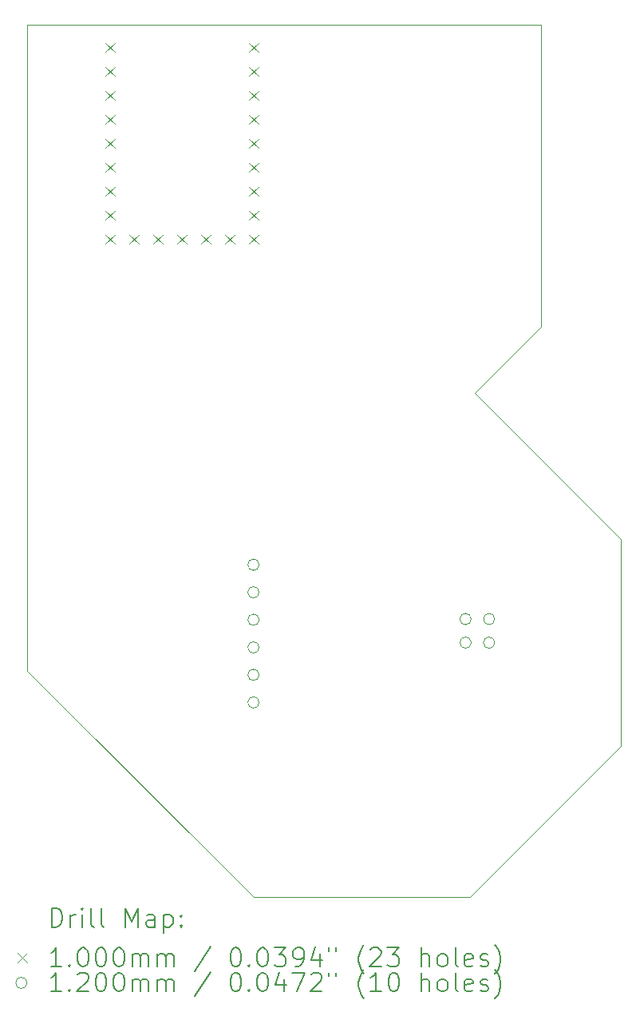
<source format=gbr>
%TF.GenerationSoftware,KiCad,Pcbnew,8.0.7*%
%TF.CreationDate,2025-01-02T13:52:41-06:00*%
%TF.ProjectId,fuckball,6675636b-6261-46c6-9c2e-6b696361645f,rev?*%
%TF.SameCoordinates,Original*%
%TF.FileFunction,Drillmap*%
%TF.FilePolarity,Positive*%
%FSLAX45Y45*%
G04 Gerber Fmt 4.5, Leading zero omitted, Abs format (unit mm)*
G04 Created by KiCad (PCBNEW 8.0.7) date 2025-01-02 13:52:41*
%MOMM*%
%LPD*%
G01*
G04 APERTURE LIST*
%ADD10C,0.050000*%
%ADD11C,0.200000*%
%ADD12C,0.100000*%
%ADD13C,0.120000*%
G04 APERTURE END LIST*
D10*
X21500000Y-6900000D02*
X20800000Y-7600000D01*
X22350000Y-9150000D01*
X22350000Y-11350000D01*
X20750000Y-12950000D01*
X18450000Y-12950000D01*
X16050000Y-10550000D01*
X16050000Y-3700000D01*
X21500000Y-3700000D01*
X21500000Y-6900000D01*
D11*
D12*
X16876000Y-3892000D02*
X16976000Y-3992000D01*
X16976000Y-3892000D02*
X16876000Y-3992000D01*
X16876000Y-4146000D02*
X16976000Y-4246000D01*
X16976000Y-4146000D02*
X16876000Y-4246000D01*
X16876000Y-4400000D02*
X16976000Y-4500000D01*
X16976000Y-4400000D02*
X16876000Y-4500000D01*
X16876000Y-4654000D02*
X16976000Y-4754000D01*
X16976000Y-4654000D02*
X16876000Y-4754000D01*
X16876000Y-4908000D02*
X16976000Y-5008000D01*
X16976000Y-4908000D02*
X16876000Y-5008000D01*
X16876000Y-5162000D02*
X16976000Y-5262000D01*
X16976000Y-5162000D02*
X16876000Y-5262000D01*
X16876000Y-5416000D02*
X16976000Y-5516000D01*
X16976000Y-5416000D02*
X16876000Y-5516000D01*
X16876000Y-5670000D02*
X16976000Y-5770000D01*
X16976000Y-5670000D02*
X16876000Y-5770000D01*
X16876000Y-5924000D02*
X16976000Y-6024000D01*
X16976000Y-5924000D02*
X16876000Y-6024000D01*
X17130000Y-5924000D02*
X17230000Y-6024000D01*
X17230000Y-5924000D02*
X17130000Y-6024000D01*
X17384000Y-5924000D02*
X17484000Y-6024000D01*
X17484000Y-5924000D02*
X17384000Y-6024000D01*
X17638000Y-5924000D02*
X17738000Y-6024000D01*
X17738000Y-5924000D02*
X17638000Y-6024000D01*
X17892000Y-5924000D02*
X17992000Y-6024000D01*
X17992000Y-5924000D02*
X17892000Y-6024000D01*
X18146000Y-5924000D02*
X18246000Y-6024000D01*
X18246000Y-5924000D02*
X18146000Y-6024000D01*
X18400000Y-3892000D02*
X18500000Y-3992000D01*
X18500000Y-3892000D02*
X18400000Y-3992000D01*
X18400000Y-4146000D02*
X18500000Y-4246000D01*
X18500000Y-4146000D02*
X18400000Y-4246000D01*
X18400000Y-4400000D02*
X18500000Y-4500000D01*
X18500000Y-4400000D02*
X18400000Y-4500000D01*
X18400000Y-4654000D02*
X18500000Y-4754000D01*
X18500000Y-4654000D02*
X18400000Y-4754000D01*
X18400000Y-4908000D02*
X18500000Y-5008000D01*
X18500000Y-4908000D02*
X18400000Y-5008000D01*
X18400000Y-5162000D02*
X18500000Y-5262000D01*
X18500000Y-5162000D02*
X18400000Y-5262000D01*
X18400000Y-5416000D02*
X18500000Y-5516000D01*
X18500000Y-5416000D02*
X18400000Y-5516000D01*
X18400000Y-5670000D02*
X18500000Y-5770000D01*
X18500000Y-5670000D02*
X18400000Y-5770000D01*
X18400000Y-5924000D02*
X18500000Y-6024000D01*
X18500000Y-5924000D02*
X18400000Y-6024000D01*
D13*
X18510000Y-9424160D02*
G75*
G02*
X18390000Y-9424160I-60000J0D01*
G01*
X18390000Y-9424160D02*
G75*
G02*
X18510000Y-9424160I60000J0D01*
G01*
X18510000Y-9716106D02*
G75*
G02*
X18390000Y-9716106I-60000J0D01*
G01*
X18390000Y-9716106D02*
G75*
G02*
X18510000Y-9716106I60000J0D01*
G01*
X18510000Y-10008053D02*
G75*
G02*
X18390000Y-10008053I-60000J0D01*
G01*
X18390000Y-10008053D02*
G75*
G02*
X18510000Y-10008053I60000J0D01*
G01*
X18510000Y-10300000D02*
G75*
G02*
X18390000Y-10300000I-60000J0D01*
G01*
X18390000Y-10300000D02*
G75*
G02*
X18510000Y-10300000I60000J0D01*
G01*
X18510000Y-10591947D02*
G75*
G02*
X18390000Y-10591947I-60000J0D01*
G01*
X18390000Y-10591947D02*
G75*
G02*
X18510000Y-10591947I60000J0D01*
G01*
X18510000Y-10883894D02*
G75*
G02*
X18390000Y-10883894I-60000J0D01*
G01*
X18390000Y-10883894D02*
G75*
G02*
X18510000Y-10883894I60000J0D01*
G01*
X20760000Y-10000000D02*
G75*
G02*
X20640000Y-10000000I-60000J0D01*
G01*
X20640000Y-10000000D02*
G75*
G02*
X20760000Y-10000000I60000J0D01*
G01*
X20760000Y-10250000D02*
G75*
G02*
X20640000Y-10250000I-60000J0D01*
G01*
X20640000Y-10250000D02*
G75*
G02*
X20760000Y-10250000I60000J0D01*
G01*
X21010000Y-10000000D02*
G75*
G02*
X20890000Y-10000000I-60000J0D01*
G01*
X20890000Y-10000000D02*
G75*
G02*
X21010000Y-10000000I60000J0D01*
G01*
X21010000Y-10250000D02*
G75*
G02*
X20890000Y-10250000I-60000J0D01*
G01*
X20890000Y-10250000D02*
G75*
G02*
X21010000Y-10250000I60000J0D01*
G01*
D11*
X16308277Y-13263984D02*
X16308277Y-13063984D01*
X16308277Y-13063984D02*
X16355896Y-13063984D01*
X16355896Y-13063984D02*
X16384467Y-13073508D01*
X16384467Y-13073508D02*
X16403515Y-13092555D01*
X16403515Y-13092555D02*
X16413039Y-13111603D01*
X16413039Y-13111603D02*
X16422562Y-13149698D01*
X16422562Y-13149698D02*
X16422562Y-13178269D01*
X16422562Y-13178269D02*
X16413039Y-13216365D01*
X16413039Y-13216365D02*
X16403515Y-13235412D01*
X16403515Y-13235412D02*
X16384467Y-13254460D01*
X16384467Y-13254460D02*
X16355896Y-13263984D01*
X16355896Y-13263984D02*
X16308277Y-13263984D01*
X16508277Y-13263984D02*
X16508277Y-13130650D01*
X16508277Y-13168746D02*
X16517801Y-13149698D01*
X16517801Y-13149698D02*
X16527324Y-13140174D01*
X16527324Y-13140174D02*
X16546372Y-13130650D01*
X16546372Y-13130650D02*
X16565420Y-13130650D01*
X16632086Y-13263984D02*
X16632086Y-13130650D01*
X16632086Y-13063984D02*
X16622562Y-13073508D01*
X16622562Y-13073508D02*
X16632086Y-13083031D01*
X16632086Y-13083031D02*
X16641610Y-13073508D01*
X16641610Y-13073508D02*
X16632086Y-13063984D01*
X16632086Y-13063984D02*
X16632086Y-13083031D01*
X16755896Y-13263984D02*
X16736848Y-13254460D01*
X16736848Y-13254460D02*
X16727324Y-13235412D01*
X16727324Y-13235412D02*
X16727324Y-13063984D01*
X16860658Y-13263984D02*
X16841610Y-13254460D01*
X16841610Y-13254460D02*
X16832086Y-13235412D01*
X16832086Y-13235412D02*
X16832086Y-13063984D01*
X17089229Y-13263984D02*
X17089229Y-13063984D01*
X17089229Y-13063984D02*
X17155896Y-13206841D01*
X17155896Y-13206841D02*
X17222563Y-13063984D01*
X17222563Y-13063984D02*
X17222563Y-13263984D01*
X17403515Y-13263984D02*
X17403515Y-13159222D01*
X17403515Y-13159222D02*
X17393991Y-13140174D01*
X17393991Y-13140174D02*
X17374944Y-13130650D01*
X17374944Y-13130650D02*
X17336848Y-13130650D01*
X17336848Y-13130650D02*
X17317801Y-13140174D01*
X17403515Y-13254460D02*
X17384467Y-13263984D01*
X17384467Y-13263984D02*
X17336848Y-13263984D01*
X17336848Y-13263984D02*
X17317801Y-13254460D01*
X17317801Y-13254460D02*
X17308277Y-13235412D01*
X17308277Y-13235412D02*
X17308277Y-13216365D01*
X17308277Y-13216365D02*
X17317801Y-13197317D01*
X17317801Y-13197317D02*
X17336848Y-13187793D01*
X17336848Y-13187793D02*
X17384467Y-13187793D01*
X17384467Y-13187793D02*
X17403515Y-13178269D01*
X17498753Y-13130650D02*
X17498753Y-13330650D01*
X17498753Y-13140174D02*
X17517801Y-13130650D01*
X17517801Y-13130650D02*
X17555896Y-13130650D01*
X17555896Y-13130650D02*
X17574944Y-13140174D01*
X17574944Y-13140174D02*
X17584467Y-13149698D01*
X17584467Y-13149698D02*
X17593991Y-13168746D01*
X17593991Y-13168746D02*
X17593991Y-13225888D01*
X17593991Y-13225888D02*
X17584467Y-13244936D01*
X17584467Y-13244936D02*
X17574944Y-13254460D01*
X17574944Y-13254460D02*
X17555896Y-13263984D01*
X17555896Y-13263984D02*
X17517801Y-13263984D01*
X17517801Y-13263984D02*
X17498753Y-13254460D01*
X17679705Y-13244936D02*
X17689229Y-13254460D01*
X17689229Y-13254460D02*
X17679705Y-13263984D01*
X17679705Y-13263984D02*
X17670182Y-13254460D01*
X17670182Y-13254460D02*
X17679705Y-13244936D01*
X17679705Y-13244936D02*
X17679705Y-13263984D01*
X17679705Y-13140174D02*
X17689229Y-13149698D01*
X17689229Y-13149698D02*
X17679705Y-13159222D01*
X17679705Y-13159222D02*
X17670182Y-13149698D01*
X17670182Y-13149698D02*
X17679705Y-13140174D01*
X17679705Y-13140174D02*
X17679705Y-13159222D01*
D12*
X15947500Y-13542500D02*
X16047500Y-13642500D01*
X16047500Y-13542500D02*
X15947500Y-13642500D01*
D11*
X16413039Y-13683984D02*
X16298753Y-13683984D01*
X16355896Y-13683984D02*
X16355896Y-13483984D01*
X16355896Y-13483984D02*
X16336848Y-13512555D01*
X16336848Y-13512555D02*
X16317801Y-13531603D01*
X16317801Y-13531603D02*
X16298753Y-13541127D01*
X16498753Y-13664936D02*
X16508277Y-13674460D01*
X16508277Y-13674460D02*
X16498753Y-13683984D01*
X16498753Y-13683984D02*
X16489229Y-13674460D01*
X16489229Y-13674460D02*
X16498753Y-13664936D01*
X16498753Y-13664936D02*
X16498753Y-13683984D01*
X16632086Y-13483984D02*
X16651134Y-13483984D01*
X16651134Y-13483984D02*
X16670182Y-13493508D01*
X16670182Y-13493508D02*
X16679705Y-13503031D01*
X16679705Y-13503031D02*
X16689229Y-13522079D01*
X16689229Y-13522079D02*
X16698753Y-13560174D01*
X16698753Y-13560174D02*
X16698753Y-13607793D01*
X16698753Y-13607793D02*
X16689229Y-13645888D01*
X16689229Y-13645888D02*
X16679705Y-13664936D01*
X16679705Y-13664936D02*
X16670182Y-13674460D01*
X16670182Y-13674460D02*
X16651134Y-13683984D01*
X16651134Y-13683984D02*
X16632086Y-13683984D01*
X16632086Y-13683984D02*
X16613039Y-13674460D01*
X16613039Y-13674460D02*
X16603515Y-13664936D01*
X16603515Y-13664936D02*
X16593991Y-13645888D01*
X16593991Y-13645888D02*
X16584467Y-13607793D01*
X16584467Y-13607793D02*
X16584467Y-13560174D01*
X16584467Y-13560174D02*
X16593991Y-13522079D01*
X16593991Y-13522079D02*
X16603515Y-13503031D01*
X16603515Y-13503031D02*
X16613039Y-13493508D01*
X16613039Y-13493508D02*
X16632086Y-13483984D01*
X16822563Y-13483984D02*
X16841610Y-13483984D01*
X16841610Y-13483984D02*
X16860658Y-13493508D01*
X16860658Y-13493508D02*
X16870182Y-13503031D01*
X16870182Y-13503031D02*
X16879705Y-13522079D01*
X16879705Y-13522079D02*
X16889229Y-13560174D01*
X16889229Y-13560174D02*
X16889229Y-13607793D01*
X16889229Y-13607793D02*
X16879705Y-13645888D01*
X16879705Y-13645888D02*
X16870182Y-13664936D01*
X16870182Y-13664936D02*
X16860658Y-13674460D01*
X16860658Y-13674460D02*
X16841610Y-13683984D01*
X16841610Y-13683984D02*
X16822563Y-13683984D01*
X16822563Y-13683984D02*
X16803515Y-13674460D01*
X16803515Y-13674460D02*
X16793991Y-13664936D01*
X16793991Y-13664936D02*
X16784467Y-13645888D01*
X16784467Y-13645888D02*
X16774943Y-13607793D01*
X16774943Y-13607793D02*
X16774943Y-13560174D01*
X16774943Y-13560174D02*
X16784467Y-13522079D01*
X16784467Y-13522079D02*
X16793991Y-13503031D01*
X16793991Y-13503031D02*
X16803515Y-13493508D01*
X16803515Y-13493508D02*
X16822563Y-13483984D01*
X17013039Y-13483984D02*
X17032086Y-13483984D01*
X17032086Y-13483984D02*
X17051134Y-13493508D01*
X17051134Y-13493508D02*
X17060658Y-13503031D01*
X17060658Y-13503031D02*
X17070182Y-13522079D01*
X17070182Y-13522079D02*
X17079705Y-13560174D01*
X17079705Y-13560174D02*
X17079705Y-13607793D01*
X17079705Y-13607793D02*
X17070182Y-13645888D01*
X17070182Y-13645888D02*
X17060658Y-13664936D01*
X17060658Y-13664936D02*
X17051134Y-13674460D01*
X17051134Y-13674460D02*
X17032086Y-13683984D01*
X17032086Y-13683984D02*
X17013039Y-13683984D01*
X17013039Y-13683984D02*
X16993991Y-13674460D01*
X16993991Y-13674460D02*
X16984467Y-13664936D01*
X16984467Y-13664936D02*
X16974944Y-13645888D01*
X16974944Y-13645888D02*
X16965420Y-13607793D01*
X16965420Y-13607793D02*
X16965420Y-13560174D01*
X16965420Y-13560174D02*
X16974944Y-13522079D01*
X16974944Y-13522079D02*
X16984467Y-13503031D01*
X16984467Y-13503031D02*
X16993991Y-13493508D01*
X16993991Y-13493508D02*
X17013039Y-13483984D01*
X17165420Y-13683984D02*
X17165420Y-13550650D01*
X17165420Y-13569698D02*
X17174944Y-13560174D01*
X17174944Y-13560174D02*
X17193991Y-13550650D01*
X17193991Y-13550650D02*
X17222563Y-13550650D01*
X17222563Y-13550650D02*
X17241610Y-13560174D01*
X17241610Y-13560174D02*
X17251134Y-13579222D01*
X17251134Y-13579222D02*
X17251134Y-13683984D01*
X17251134Y-13579222D02*
X17260658Y-13560174D01*
X17260658Y-13560174D02*
X17279705Y-13550650D01*
X17279705Y-13550650D02*
X17308277Y-13550650D01*
X17308277Y-13550650D02*
X17327325Y-13560174D01*
X17327325Y-13560174D02*
X17336848Y-13579222D01*
X17336848Y-13579222D02*
X17336848Y-13683984D01*
X17432086Y-13683984D02*
X17432086Y-13550650D01*
X17432086Y-13569698D02*
X17441610Y-13560174D01*
X17441610Y-13560174D02*
X17460658Y-13550650D01*
X17460658Y-13550650D02*
X17489229Y-13550650D01*
X17489229Y-13550650D02*
X17508277Y-13560174D01*
X17508277Y-13560174D02*
X17517801Y-13579222D01*
X17517801Y-13579222D02*
X17517801Y-13683984D01*
X17517801Y-13579222D02*
X17527325Y-13560174D01*
X17527325Y-13560174D02*
X17546372Y-13550650D01*
X17546372Y-13550650D02*
X17574944Y-13550650D01*
X17574944Y-13550650D02*
X17593991Y-13560174D01*
X17593991Y-13560174D02*
X17603515Y-13579222D01*
X17603515Y-13579222D02*
X17603515Y-13683984D01*
X17993991Y-13474460D02*
X17822563Y-13731603D01*
X18251134Y-13483984D02*
X18270182Y-13483984D01*
X18270182Y-13483984D02*
X18289229Y-13493508D01*
X18289229Y-13493508D02*
X18298753Y-13503031D01*
X18298753Y-13503031D02*
X18308277Y-13522079D01*
X18308277Y-13522079D02*
X18317801Y-13560174D01*
X18317801Y-13560174D02*
X18317801Y-13607793D01*
X18317801Y-13607793D02*
X18308277Y-13645888D01*
X18308277Y-13645888D02*
X18298753Y-13664936D01*
X18298753Y-13664936D02*
X18289229Y-13674460D01*
X18289229Y-13674460D02*
X18270182Y-13683984D01*
X18270182Y-13683984D02*
X18251134Y-13683984D01*
X18251134Y-13683984D02*
X18232087Y-13674460D01*
X18232087Y-13674460D02*
X18222563Y-13664936D01*
X18222563Y-13664936D02*
X18213039Y-13645888D01*
X18213039Y-13645888D02*
X18203515Y-13607793D01*
X18203515Y-13607793D02*
X18203515Y-13560174D01*
X18203515Y-13560174D02*
X18213039Y-13522079D01*
X18213039Y-13522079D02*
X18222563Y-13503031D01*
X18222563Y-13503031D02*
X18232087Y-13493508D01*
X18232087Y-13493508D02*
X18251134Y-13483984D01*
X18403515Y-13664936D02*
X18413039Y-13674460D01*
X18413039Y-13674460D02*
X18403515Y-13683984D01*
X18403515Y-13683984D02*
X18393991Y-13674460D01*
X18393991Y-13674460D02*
X18403515Y-13664936D01*
X18403515Y-13664936D02*
X18403515Y-13683984D01*
X18536848Y-13483984D02*
X18555896Y-13483984D01*
X18555896Y-13483984D02*
X18574944Y-13493508D01*
X18574944Y-13493508D02*
X18584468Y-13503031D01*
X18584468Y-13503031D02*
X18593991Y-13522079D01*
X18593991Y-13522079D02*
X18603515Y-13560174D01*
X18603515Y-13560174D02*
X18603515Y-13607793D01*
X18603515Y-13607793D02*
X18593991Y-13645888D01*
X18593991Y-13645888D02*
X18584468Y-13664936D01*
X18584468Y-13664936D02*
X18574944Y-13674460D01*
X18574944Y-13674460D02*
X18555896Y-13683984D01*
X18555896Y-13683984D02*
X18536848Y-13683984D01*
X18536848Y-13683984D02*
X18517801Y-13674460D01*
X18517801Y-13674460D02*
X18508277Y-13664936D01*
X18508277Y-13664936D02*
X18498753Y-13645888D01*
X18498753Y-13645888D02*
X18489229Y-13607793D01*
X18489229Y-13607793D02*
X18489229Y-13560174D01*
X18489229Y-13560174D02*
X18498753Y-13522079D01*
X18498753Y-13522079D02*
X18508277Y-13503031D01*
X18508277Y-13503031D02*
X18517801Y-13493508D01*
X18517801Y-13493508D02*
X18536848Y-13483984D01*
X18670182Y-13483984D02*
X18793991Y-13483984D01*
X18793991Y-13483984D02*
X18727325Y-13560174D01*
X18727325Y-13560174D02*
X18755896Y-13560174D01*
X18755896Y-13560174D02*
X18774944Y-13569698D01*
X18774944Y-13569698D02*
X18784468Y-13579222D01*
X18784468Y-13579222D02*
X18793991Y-13598269D01*
X18793991Y-13598269D02*
X18793991Y-13645888D01*
X18793991Y-13645888D02*
X18784468Y-13664936D01*
X18784468Y-13664936D02*
X18774944Y-13674460D01*
X18774944Y-13674460D02*
X18755896Y-13683984D01*
X18755896Y-13683984D02*
X18698753Y-13683984D01*
X18698753Y-13683984D02*
X18679706Y-13674460D01*
X18679706Y-13674460D02*
X18670182Y-13664936D01*
X18889229Y-13683984D02*
X18927325Y-13683984D01*
X18927325Y-13683984D02*
X18946372Y-13674460D01*
X18946372Y-13674460D02*
X18955896Y-13664936D01*
X18955896Y-13664936D02*
X18974944Y-13636365D01*
X18974944Y-13636365D02*
X18984468Y-13598269D01*
X18984468Y-13598269D02*
X18984468Y-13522079D01*
X18984468Y-13522079D02*
X18974944Y-13503031D01*
X18974944Y-13503031D02*
X18965420Y-13493508D01*
X18965420Y-13493508D02*
X18946372Y-13483984D01*
X18946372Y-13483984D02*
X18908277Y-13483984D01*
X18908277Y-13483984D02*
X18889229Y-13493508D01*
X18889229Y-13493508D02*
X18879706Y-13503031D01*
X18879706Y-13503031D02*
X18870182Y-13522079D01*
X18870182Y-13522079D02*
X18870182Y-13569698D01*
X18870182Y-13569698D02*
X18879706Y-13588746D01*
X18879706Y-13588746D02*
X18889229Y-13598269D01*
X18889229Y-13598269D02*
X18908277Y-13607793D01*
X18908277Y-13607793D02*
X18946372Y-13607793D01*
X18946372Y-13607793D02*
X18965420Y-13598269D01*
X18965420Y-13598269D02*
X18974944Y-13588746D01*
X18974944Y-13588746D02*
X18984468Y-13569698D01*
X19155896Y-13550650D02*
X19155896Y-13683984D01*
X19108277Y-13474460D02*
X19060658Y-13617317D01*
X19060658Y-13617317D02*
X19184468Y-13617317D01*
X19251134Y-13483984D02*
X19251134Y-13522079D01*
X19327325Y-13483984D02*
X19327325Y-13522079D01*
X19622563Y-13760174D02*
X19613039Y-13750650D01*
X19613039Y-13750650D02*
X19593991Y-13722079D01*
X19593991Y-13722079D02*
X19584468Y-13703031D01*
X19584468Y-13703031D02*
X19574944Y-13674460D01*
X19574944Y-13674460D02*
X19565420Y-13626841D01*
X19565420Y-13626841D02*
X19565420Y-13588746D01*
X19565420Y-13588746D02*
X19574944Y-13541127D01*
X19574944Y-13541127D02*
X19584468Y-13512555D01*
X19584468Y-13512555D02*
X19593991Y-13493508D01*
X19593991Y-13493508D02*
X19613039Y-13464936D01*
X19613039Y-13464936D02*
X19622563Y-13455412D01*
X19689230Y-13503031D02*
X19698753Y-13493508D01*
X19698753Y-13493508D02*
X19717801Y-13483984D01*
X19717801Y-13483984D02*
X19765420Y-13483984D01*
X19765420Y-13483984D02*
X19784468Y-13493508D01*
X19784468Y-13493508D02*
X19793991Y-13503031D01*
X19793991Y-13503031D02*
X19803515Y-13522079D01*
X19803515Y-13522079D02*
X19803515Y-13541127D01*
X19803515Y-13541127D02*
X19793991Y-13569698D01*
X19793991Y-13569698D02*
X19679706Y-13683984D01*
X19679706Y-13683984D02*
X19803515Y-13683984D01*
X19870182Y-13483984D02*
X19993991Y-13483984D01*
X19993991Y-13483984D02*
X19927325Y-13560174D01*
X19927325Y-13560174D02*
X19955896Y-13560174D01*
X19955896Y-13560174D02*
X19974944Y-13569698D01*
X19974944Y-13569698D02*
X19984468Y-13579222D01*
X19984468Y-13579222D02*
X19993991Y-13598269D01*
X19993991Y-13598269D02*
X19993991Y-13645888D01*
X19993991Y-13645888D02*
X19984468Y-13664936D01*
X19984468Y-13664936D02*
X19974944Y-13674460D01*
X19974944Y-13674460D02*
X19955896Y-13683984D01*
X19955896Y-13683984D02*
X19898753Y-13683984D01*
X19898753Y-13683984D02*
X19879706Y-13674460D01*
X19879706Y-13674460D02*
X19870182Y-13664936D01*
X20232087Y-13683984D02*
X20232087Y-13483984D01*
X20317801Y-13683984D02*
X20317801Y-13579222D01*
X20317801Y-13579222D02*
X20308277Y-13560174D01*
X20308277Y-13560174D02*
X20289230Y-13550650D01*
X20289230Y-13550650D02*
X20260658Y-13550650D01*
X20260658Y-13550650D02*
X20241611Y-13560174D01*
X20241611Y-13560174D02*
X20232087Y-13569698D01*
X20441611Y-13683984D02*
X20422563Y-13674460D01*
X20422563Y-13674460D02*
X20413039Y-13664936D01*
X20413039Y-13664936D02*
X20403515Y-13645888D01*
X20403515Y-13645888D02*
X20403515Y-13588746D01*
X20403515Y-13588746D02*
X20413039Y-13569698D01*
X20413039Y-13569698D02*
X20422563Y-13560174D01*
X20422563Y-13560174D02*
X20441611Y-13550650D01*
X20441611Y-13550650D02*
X20470182Y-13550650D01*
X20470182Y-13550650D02*
X20489230Y-13560174D01*
X20489230Y-13560174D02*
X20498753Y-13569698D01*
X20498753Y-13569698D02*
X20508277Y-13588746D01*
X20508277Y-13588746D02*
X20508277Y-13645888D01*
X20508277Y-13645888D02*
X20498753Y-13664936D01*
X20498753Y-13664936D02*
X20489230Y-13674460D01*
X20489230Y-13674460D02*
X20470182Y-13683984D01*
X20470182Y-13683984D02*
X20441611Y-13683984D01*
X20622563Y-13683984D02*
X20603515Y-13674460D01*
X20603515Y-13674460D02*
X20593992Y-13655412D01*
X20593992Y-13655412D02*
X20593992Y-13483984D01*
X20774944Y-13674460D02*
X20755896Y-13683984D01*
X20755896Y-13683984D02*
X20717801Y-13683984D01*
X20717801Y-13683984D02*
X20698753Y-13674460D01*
X20698753Y-13674460D02*
X20689230Y-13655412D01*
X20689230Y-13655412D02*
X20689230Y-13579222D01*
X20689230Y-13579222D02*
X20698753Y-13560174D01*
X20698753Y-13560174D02*
X20717801Y-13550650D01*
X20717801Y-13550650D02*
X20755896Y-13550650D01*
X20755896Y-13550650D02*
X20774944Y-13560174D01*
X20774944Y-13560174D02*
X20784468Y-13579222D01*
X20784468Y-13579222D02*
X20784468Y-13598269D01*
X20784468Y-13598269D02*
X20689230Y-13617317D01*
X20860658Y-13674460D02*
X20879706Y-13683984D01*
X20879706Y-13683984D02*
X20917801Y-13683984D01*
X20917801Y-13683984D02*
X20936849Y-13674460D01*
X20936849Y-13674460D02*
X20946373Y-13655412D01*
X20946373Y-13655412D02*
X20946373Y-13645888D01*
X20946373Y-13645888D02*
X20936849Y-13626841D01*
X20936849Y-13626841D02*
X20917801Y-13617317D01*
X20917801Y-13617317D02*
X20889230Y-13617317D01*
X20889230Y-13617317D02*
X20870182Y-13607793D01*
X20870182Y-13607793D02*
X20860658Y-13588746D01*
X20860658Y-13588746D02*
X20860658Y-13579222D01*
X20860658Y-13579222D02*
X20870182Y-13560174D01*
X20870182Y-13560174D02*
X20889230Y-13550650D01*
X20889230Y-13550650D02*
X20917801Y-13550650D01*
X20917801Y-13550650D02*
X20936849Y-13560174D01*
X21013039Y-13760174D02*
X21022563Y-13750650D01*
X21022563Y-13750650D02*
X21041611Y-13722079D01*
X21041611Y-13722079D02*
X21051134Y-13703031D01*
X21051134Y-13703031D02*
X21060658Y-13674460D01*
X21060658Y-13674460D02*
X21070182Y-13626841D01*
X21070182Y-13626841D02*
X21070182Y-13588746D01*
X21070182Y-13588746D02*
X21060658Y-13541127D01*
X21060658Y-13541127D02*
X21051134Y-13512555D01*
X21051134Y-13512555D02*
X21041611Y-13493508D01*
X21041611Y-13493508D02*
X21022563Y-13464936D01*
X21022563Y-13464936D02*
X21013039Y-13455412D01*
D13*
X16047500Y-13856500D02*
G75*
G02*
X15927500Y-13856500I-60000J0D01*
G01*
X15927500Y-13856500D02*
G75*
G02*
X16047500Y-13856500I60000J0D01*
G01*
D11*
X16413039Y-13947984D02*
X16298753Y-13947984D01*
X16355896Y-13947984D02*
X16355896Y-13747984D01*
X16355896Y-13747984D02*
X16336848Y-13776555D01*
X16336848Y-13776555D02*
X16317801Y-13795603D01*
X16317801Y-13795603D02*
X16298753Y-13805127D01*
X16498753Y-13928936D02*
X16508277Y-13938460D01*
X16508277Y-13938460D02*
X16498753Y-13947984D01*
X16498753Y-13947984D02*
X16489229Y-13938460D01*
X16489229Y-13938460D02*
X16498753Y-13928936D01*
X16498753Y-13928936D02*
X16498753Y-13947984D01*
X16584467Y-13767031D02*
X16593991Y-13757508D01*
X16593991Y-13757508D02*
X16613039Y-13747984D01*
X16613039Y-13747984D02*
X16660658Y-13747984D01*
X16660658Y-13747984D02*
X16679705Y-13757508D01*
X16679705Y-13757508D02*
X16689229Y-13767031D01*
X16689229Y-13767031D02*
X16698753Y-13786079D01*
X16698753Y-13786079D02*
X16698753Y-13805127D01*
X16698753Y-13805127D02*
X16689229Y-13833698D01*
X16689229Y-13833698D02*
X16574943Y-13947984D01*
X16574943Y-13947984D02*
X16698753Y-13947984D01*
X16822563Y-13747984D02*
X16841610Y-13747984D01*
X16841610Y-13747984D02*
X16860658Y-13757508D01*
X16860658Y-13757508D02*
X16870182Y-13767031D01*
X16870182Y-13767031D02*
X16879705Y-13786079D01*
X16879705Y-13786079D02*
X16889229Y-13824174D01*
X16889229Y-13824174D02*
X16889229Y-13871793D01*
X16889229Y-13871793D02*
X16879705Y-13909888D01*
X16879705Y-13909888D02*
X16870182Y-13928936D01*
X16870182Y-13928936D02*
X16860658Y-13938460D01*
X16860658Y-13938460D02*
X16841610Y-13947984D01*
X16841610Y-13947984D02*
X16822563Y-13947984D01*
X16822563Y-13947984D02*
X16803515Y-13938460D01*
X16803515Y-13938460D02*
X16793991Y-13928936D01*
X16793991Y-13928936D02*
X16784467Y-13909888D01*
X16784467Y-13909888D02*
X16774943Y-13871793D01*
X16774943Y-13871793D02*
X16774943Y-13824174D01*
X16774943Y-13824174D02*
X16784467Y-13786079D01*
X16784467Y-13786079D02*
X16793991Y-13767031D01*
X16793991Y-13767031D02*
X16803515Y-13757508D01*
X16803515Y-13757508D02*
X16822563Y-13747984D01*
X17013039Y-13747984D02*
X17032086Y-13747984D01*
X17032086Y-13747984D02*
X17051134Y-13757508D01*
X17051134Y-13757508D02*
X17060658Y-13767031D01*
X17060658Y-13767031D02*
X17070182Y-13786079D01*
X17070182Y-13786079D02*
X17079705Y-13824174D01*
X17079705Y-13824174D02*
X17079705Y-13871793D01*
X17079705Y-13871793D02*
X17070182Y-13909888D01*
X17070182Y-13909888D02*
X17060658Y-13928936D01*
X17060658Y-13928936D02*
X17051134Y-13938460D01*
X17051134Y-13938460D02*
X17032086Y-13947984D01*
X17032086Y-13947984D02*
X17013039Y-13947984D01*
X17013039Y-13947984D02*
X16993991Y-13938460D01*
X16993991Y-13938460D02*
X16984467Y-13928936D01*
X16984467Y-13928936D02*
X16974944Y-13909888D01*
X16974944Y-13909888D02*
X16965420Y-13871793D01*
X16965420Y-13871793D02*
X16965420Y-13824174D01*
X16965420Y-13824174D02*
X16974944Y-13786079D01*
X16974944Y-13786079D02*
X16984467Y-13767031D01*
X16984467Y-13767031D02*
X16993991Y-13757508D01*
X16993991Y-13757508D02*
X17013039Y-13747984D01*
X17165420Y-13947984D02*
X17165420Y-13814650D01*
X17165420Y-13833698D02*
X17174944Y-13824174D01*
X17174944Y-13824174D02*
X17193991Y-13814650D01*
X17193991Y-13814650D02*
X17222563Y-13814650D01*
X17222563Y-13814650D02*
X17241610Y-13824174D01*
X17241610Y-13824174D02*
X17251134Y-13843222D01*
X17251134Y-13843222D02*
X17251134Y-13947984D01*
X17251134Y-13843222D02*
X17260658Y-13824174D01*
X17260658Y-13824174D02*
X17279705Y-13814650D01*
X17279705Y-13814650D02*
X17308277Y-13814650D01*
X17308277Y-13814650D02*
X17327325Y-13824174D01*
X17327325Y-13824174D02*
X17336848Y-13843222D01*
X17336848Y-13843222D02*
X17336848Y-13947984D01*
X17432086Y-13947984D02*
X17432086Y-13814650D01*
X17432086Y-13833698D02*
X17441610Y-13824174D01*
X17441610Y-13824174D02*
X17460658Y-13814650D01*
X17460658Y-13814650D02*
X17489229Y-13814650D01*
X17489229Y-13814650D02*
X17508277Y-13824174D01*
X17508277Y-13824174D02*
X17517801Y-13843222D01*
X17517801Y-13843222D02*
X17517801Y-13947984D01*
X17517801Y-13843222D02*
X17527325Y-13824174D01*
X17527325Y-13824174D02*
X17546372Y-13814650D01*
X17546372Y-13814650D02*
X17574944Y-13814650D01*
X17574944Y-13814650D02*
X17593991Y-13824174D01*
X17593991Y-13824174D02*
X17603515Y-13843222D01*
X17603515Y-13843222D02*
X17603515Y-13947984D01*
X17993991Y-13738460D02*
X17822563Y-13995603D01*
X18251134Y-13747984D02*
X18270182Y-13747984D01*
X18270182Y-13747984D02*
X18289229Y-13757508D01*
X18289229Y-13757508D02*
X18298753Y-13767031D01*
X18298753Y-13767031D02*
X18308277Y-13786079D01*
X18308277Y-13786079D02*
X18317801Y-13824174D01*
X18317801Y-13824174D02*
X18317801Y-13871793D01*
X18317801Y-13871793D02*
X18308277Y-13909888D01*
X18308277Y-13909888D02*
X18298753Y-13928936D01*
X18298753Y-13928936D02*
X18289229Y-13938460D01*
X18289229Y-13938460D02*
X18270182Y-13947984D01*
X18270182Y-13947984D02*
X18251134Y-13947984D01*
X18251134Y-13947984D02*
X18232087Y-13938460D01*
X18232087Y-13938460D02*
X18222563Y-13928936D01*
X18222563Y-13928936D02*
X18213039Y-13909888D01*
X18213039Y-13909888D02*
X18203515Y-13871793D01*
X18203515Y-13871793D02*
X18203515Y-13824174D01*
X18203515Y-13824174D02*
X18213039Y-13786079D01*
X18213039Y-13786079D02*
X18222563Y-13767031D01*
X18222563Y-13767031D02*
X18232087Y-13757508D01*
X18232087Y-13757508D02*
X18251134Y-13747984D01*
X18403515Y-13928936D02*
X18413039Y-13938460D01*
X18413039Y-13938460D02*
X18403515Y-13947984D01*
X18403515Y-13947984D02*
X18393991Y-13938460D01*
X18393991Y-13938460D02*
X18403515Y-13928936D01*
X18403515Y-13928936D02*
X18403515Y-13947984D01*
X18536848Y-13747984D02*
X18555896Y-13747984D01*
X18555896Y-13747984D02*
X18574944Y-13757508D01*
X18574944Y-13757508D02*
X18584468Y-13767031D01*
X18584468Y-13767031D02*
X18593991Y-13786079D01*
X18593991Y-13786079D02*
X18603515Y-13824174D01*
X18603515Y-13824174D02*
X18603515Y-13871793D01*
X18603515Y-13871793D02*
X18593991Y-13909888D01*
X18593991Y-13909888D02*
X18584468Y-13928936D01*
X18584468Y-13928936D02*
X18574944Y-13938460D01*
X18574944Y-13938460D02*
X18555896Y-13947984D01*
X18555896Y-13947984D02*
X18536848Y-13947984D01*
X18536848Y-13947984D02*
X18517801Y-13938460D01*
X18517801Y-13938460D02*
X18508277Y-13928936D01*
X18508277Y-13928936D02*
X18498753Y-13909888D01*
X18498753Y-13909888D02*
X18489229Y-13871793D01*
X18489229Y-13871793D02*
X18489229Y-13824174D01*
X18489229Y-13824174D02*
X18498753Y-13786079D01*
X18498753Y-13786079D02*
X18508277Y-13767031D01*
X18508277Y-13767031D02*
X18517801Y-13757508D01*
X18517801Y-13757508D02*
X18536848Y-13747984D01*
X18774944Y-13814650D02*
X18774944Y-13947984D01*
X18727325Y-13738460D02*
X18679706Y-13881317D01*
X18679706Y-13881317D02*
X18803515Y-13881317D01*
X18860658Y-13747984D02*
X18993991Y-13747984D01*
X18993991Y-13747984D02*
X18908277Y-13947984D01*
X19060658Y-13767031D02*
X19070182Y-13757508D01*
X19070182Y-13757508D02*
X19089229Y-13747984D01*
X19089229Y-13747984D02*
X19136849Y-13747984D01*
X19136849Y-13747984D02*
X19155896Y-13757508D01*
X19155896Y-13757508D02*
X19165420Y-13767031D01*
X19165420Y-13767031D02*
X19174944Y-13786079D01*
X19174944Y-13786079D02*
X19174944Y-13805127D01*
X19174944Y-13805127D02*
X19165420Y-13833698D01*
X19165420Y-13833698D02*
X19051134Y-13947984D01*
X19051134Y-13947984D02*
X19174944Y-13947984D01*
X19251134Y-13747984D02*
X19251134Y-13786079D01*
X19327325Y-13747984D02*
X19327325Y-13786079D01*
X19622563Y-14024174D02*
X19613039Y-14014650D01*
X19613039Y-14014650D02*
X19593991Y-13986079D01*
X19593991Y-13986079D02*
X19584468Y-13967031D01*
X19584468Y-13967031D02*
X19574944Y-13938460D01*
X19574944Y-13938460D02*
X19565420Y-13890841D01*
X19565420Y-13890841D02*
X19565420Y-13852746D01*
X19565420Y-13852746D02*
X19574944Y-13805127D01*
X19574944Y-13805127D02*
X19584468Y-13776555D01*
X19584468Y-13776555D02*
X19593991Y-13757508D01*
X19593991Y-13757508D02*
X19613039Y-13728936D01*
X19613039Y-13728936D02*
X19622563Y-13719412D01*
X19803515Y-13947984D02*
X19689230Y-13947984D01*
X19746372Y-13947984D02*
X19746372Y-13747984D01*
X19746372Y-13747984D02*
X19727325Y-13776555D01*
X19727325Y-13776555D02*
X19708277Y-13795603D01*
X19708277Y-13795603D02*
X19689230Y-13805127D01*
X19927325Y-13747984D02*
X19946372Y-13747984D01*
X19946372Y-13747984D02*
X19965420Y-13757508D01*
X19965420Y-13757508D02*
X19974944Y-13767031D01*
X19974944Y-13767031D02*
X19984468Y-13786079D01*
X19984468Y-13786079D02*
X19993991Y-13824174D01*
X19993991Y-13824174D02*
X19993991Y-13871793D01*
X19993991Y-13871793D02*
X19984468Y-13909888D01*
X19984468Y-13909888D02*
X19974944Y-13928936D01*
X19974944Y-13928936D02*
X19965420Y-13938460D01*
X19965420Y-13938460D02*
X19946372Y-13947984D01*
X19946372Y-13947984D02*
X19927325Y-13947984D01*
X19927325Y-13947984D02*
X19908277Y-13938460D01*
X19908277Y-13938460D02*
X19898753Y-13928936D01*
X19898753Y-13928936D02*
X19889230Y-13909888D01*
X19889230Y-13909888D02*
X19879706Y-13871793D01*
X19879706Y-13871793D02*
X19879706Y-13824174D01*
X19879706Y-13824174D02*
X19889230Y-13786079D01*
X19889230Y-13786079D02*
X19898753Y-13767031D01*
X19898753Y-13767031D02*
X19908277Y-13757508D01*
X19908277Y-13757508D02*
X19927325Y-13747984D01*
X20232087Y-13947984D02*
X20232087Y-13747984D01*
X20317801Y-13947984D02*
X20317801Y-13843222D01*
X20317801Y-13843222D02*
X20308277Y-13824174D01*
X20308277Y-13824174D02*
X20289230Y-13814650D01*
X20289230Y-13814650D02*
X20260658Y-13814650D01*
X20260658Y-13814650D02*
X20241611Y-13824174D01*
X20241611Y-13824174D02*
X20232087Y-13833698D01*
X20441611Y-13947984D02*
X20422563Y-13938460D01*
X20422563Y-13938460D02*
X20413039Y-13928936D01*
X20413039Y-13928936D02*
X20403515Y-13909888D01*
X20403515Y-13909888D02*
X20403515Y-13852746D01*
X20403515Y-13852746D02*
X20413039Y-13833698D01*
X20413039Y-13833698D02*
X20422563Y-13824174D01*
X20422563Y-13824174D02*
X20441611Y-13814650D01*
X20441611Y-13814650D02*
X20470182Y-13814650D01*
X20470182Y-13814650D02*
X20489230Y-13824174D01*
X20489230Y-13824174D02*
X20498753Y-13833698D01*
X20498753Y-13833698D02*
X20508277Y-13852746D01*
X20508277Y-13852746D02*
X20508277Y-13909888D01*
X20508277Y-13909888D02*
X20498753Y-13928936D01*
X20498753Y-13928936D02*
X20489230Y-13938460D01*
X20489230Y-13938460D02*
X20470182Y-13947984D01*
X20470182Y-13947984D02*
X20441611Y-13947984D01*
X20622563Y-13947984D02*
X20603515Y-13938460D01*
X20603515Y-13938460D02*
X20593992Y-13919412D01*
X20593992Y-13919412D02*
X20593992Y-13747984D01*
X20774944Y-13938460D02*
X20755896Y-13947984D01*
X20755896Y-13947984D02*
X20717801Y-13947984D01*
X20717801Y-13947984D02*
X20698753Y-13938460D01*
X20698753Y-13938460D02*
X20689230Y-13919412D01*
X20689230Y-13919412D02*
X20689230Y-13843222D01*
X20689230Y-13843222D02*
X20698753Y-13824174D01*
X20698753Y-13824174D02*
X20717801Y-13814650D01*
X20717801Y-13814650D02*
X20755896Y-13814650D01*
X20755896Y-13814650D02*
X20774944Y-13824174D01*
X20774944Y-13824174D02*
X20784468Y-13843222D01*
X20784468Y-13843222D02*
X20784468Y-13862269D01*
X20784468Y-13862269D02*
X20689230Y-13881317D01*
X20860658Y-13938460D02*
X20879706Y-13947984D01*
X20879706Y-13947984D02*
X20917801Y-13947984D01*
X20917801Y-13947984D02*
X20936849Y-13938460D01*
X20936849Y-13938460D02*
X20946373Y-13919412D01*
X20946373Y-13919412D02*
X20946373Y-13909888D01*
X20946373Y-13909888D02*
X20936849Y-13890841D01*
X20936849Y-13890841D02*
X20917801Y-13881317D01*
X20917801Y-13881317D02*
X20889230Y-13881317D01*
X20889230Y-13881317D02*
X20870182Y-13871793D01*
X20870182Y-13871793D02*
X20860658Y-13852746D01*
X20860658Y-13852746D02*
X20860658Y-13843222D01*
X20860658Y-13843222D02*
X20870182Y-13824174D01*
X20870182Y-13824174D02*
X20889230Y-13814650D01*
X20889230Y-13814650D02*
X20917801Y-13814650D01*
X20917801Y-13814650D02*
X20936849Y-13824174D01*
X21013039Y-14024174D02*
X21022563Y-14014650D01*
X21022563Y-14014650D02*
X21041611Y-13986079D01*
X21041611Y-13986079D02*
X21051134Y-13967031D01*
X21051134Y-13967031D02*
X21060658Y-13938460D01*
X21060658Y-13938460D02*
X21070182Y-13890841D01*
X21070182Y-13890841D02*
X21070182Y-13852746D01*
X21070182Y-13852746D02*
X21060658Y-13805127D01*
X21060658Y-13805127D02*
X21051134Y-13776555D01*
X21051134Y-13776555D02*
X21041611Y-13757508D01*
X21041611Y-13757508D02*
X21022563Y-13728936D01*
X21022563Y-13728936D02*
X21013039Y-13719412D01*
M02*

</source>
